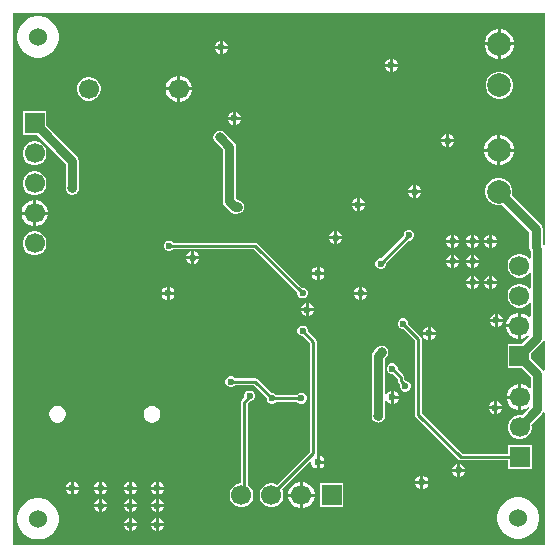
<source format=gbl>
G04*
G04 #@! TF.GenerationSoftware,Altium Limited,Altium Designer,21.6.1 (37)*
G04*
G04 Layer_Physical_Order=2*
G04 Layer_Color=16711680*
%FSLAX25Y25*%
%MOIN*%
G70*
G04*
G04 #@! TF.SameCoordinates,5AA223CE-A3B5-4ABD-9865-E1F73ECA8A72*
G04*
G04*
G04 #@! TF.FilePolarity,Positive*
G04*
G01*
G75*
%ADD11C,0.01000*%
%ADD57C,0.03150*%
%ADD58C,0.07874*%
%ADD59C,0.06000*%
%ADD60C,0.06693*%
%ADD61R,0.06693X0.06693*%
%ADD62R,0.06693X0.06693*%
%ADD63C,0.02362*%
%ADD64C,0.03150*%
G36*
X570866Y316491D02*
X570436Y316280D01*
X570168Y316484D01*
Y321811D01*
X570000Y322659D01*
X569519Y323378D01*
X559877Y333020D01*
X560047Y333655D01*
Y334849D01*
X559738Y336003D01*
X559141Y337037D01*
X558297Y337881D01*
X557262Y338478D01*
X556109Y338787D01*
X554915D01*
X553761Y338478D01*
X552727Y337881D01*
X551883Y337037D01*
X551286Y336003D01*
X550976Y334849D01*
Y333655D01*
X551286Y332501D01*
X551883Y331467D01*
X552727Y330623D01*
X553761Y330026D01*
X554915Y329716D01*
X556109D01*
X556744Y329887D01*
X565737Y320893D01*
Y315631D01*
X565905Y314783D01*
X566122Y314459D01*
Y312008D01*
X565622Y311874D01*
X565573Y311958D01*
X564839Y312693D01*
X563939Y313212D01*
X562936Y313481D01*
X561897D01*
X560894Y313212D01*
X559994Y312693D01*
X559260Y311958D01*
X558741Y311059D01*
X558472Y310055D01*
Y309017D01*
X558741Y308014D01*
X559260Y307114D01*
X559994Y306380D01*
X560894Y305860D01*
X561897Y305591D01*
X562936D01*
X563939Y305860D01*
X564839Y306380D01*
X565573Y307114D01*
X565622Y307198D01*
X566122Y307065D01*
Y302008D01*
X565622Y301874D01*
X565573Y301958D01*
X564839Y302693D01*
X563939Y303212D01*
X562936Y303481D01*
X561897D01*
X560894Y303212D01*
X559994Y302693D01*
X559260Y301958D01*
X558741Y301059D01*
X558472Y300056D01*
Y299017D01*
X558741Y298013D01*
X559260Y297114D01*
X559994Y296379D01*
X560894Y295860D01*
X561897Y295591D01*
X562936D01*
X563939Y295860D01*
X564839Y296379D01*
X565573Y297114D01*
X565622Y297198D01*
X566122Y297064D01*
Y292685D01*
X565622Y292478D01*
X565085Y293014D01*
X564094Y293586D01*
X562989Y293883D01*
X562917D01*
Y289536D01*
Y285190D01*
X562989D01*
X564094Y285486D01*
X565085Y286058D01*
X565200Y286173D01*
X565743Y286008D01*
X565744Y286003D01*
X563213Y283472D01*
X558457D01*
Y275583D01*
X563213D01*
X566221Y272575D01*
Y268897D01*
X565721Y268689D01*
X565184Y269226D01*
X564193Y269798D01*
X563087Y270094D01*
X563015D01*
Y265748D01*
Y261402D01*
X563087D01*
X564193Y261698D01*
X565184Y262270D01*
X565302Y262388D01*
X565844Y262224D01*
X565847Y262213D01*
X563265Y259631D01*
X563034Y259693D01*
X561996D01*
X560992Y259424D01*
X560093Y258905D01*
X559358Y258170D01*
X558839Y257271D01*
X558570Y256267D01*
Y255229D01*
X558839Y254225D01*
X559358Y253326D01*
X560093Y252591D01*
X560992Y252072D01*
X561996Y251803D01*
X563034D01*
X564038Y252072D01*
X564937Y252591D01*
X565672Y253326D01*
X566191Y254225D01*
X566460Y255229D01*
Y256267D01*
X566398Y256498D01*
X570003Y260103D01*
X570366Y260646D01*
X570866Y260494D01*
Y216535D01*
X393701D01*
Y393701D01*
X570866D01*
Y316491D01*
D02*
G37*
G36*
Y284356D02*
Y274668D01*
X570366Y274516D01*
X570003Y275060D01*
X566347Y278716D01*
Y280339D01*
X569905Y283897D01*
X570366Y284588D01*
X570403Y284594D01*
X570866Y284356D01*
D02*
G37*
%LPC*%
G36*
X556359Y388402D02*
X556209D01*
Y383965D01*
X560646D01*
Y384115D01*
X560309Y385370D01*
X559659Y386496D01*
X558740Y387415D01*
X557614Y388065D01*
X556359Y388402D01*
D02*
G37*
G36*
X555209D02*
X555059D01*
X553803Y388065D01*
X552677Y387415D01*
X551758Y386496D01*
X551108Y385370D01*
X550772Y384115D01*
Y383965D01*
X555209D01*
Y388402D01*
D02*
G37*
G36*
X463492Y384437D02*
Y382784D01*
X465146D01*
X464841Y383519D01*
X464228Y384133D01*
X463492Y384437D01*
D02*
G37*
G36*
X462492D02*
X461757Y384133D01*
X461143Y383519D01*
X460838Y382784D01*
X462492D01*
Y384437D01*
D02*
G37*
G36*
X465146Y381784D02*
X463492D01*
Y380130D01*
X464228Y380434D01*
X464841Y381048D01*
X465146Y381784D01*
D02*
G37*
G36*
X462492D02*
X460838D01*
X461143Y381048D01*
X461757Y380434D01*
X462492Y380130D01*
Y381784D01*
D02*
G37*
G36*
X402649Y392732D02*
X401288D01*
X399954Y392467D01*
X398697Y391946D01*
X397567Y391191D01*
X396605Y390229D01*
X395849Y389098D01*
X395328Y387841D01*
X395063Y386507D01*
Y385147D01*
X395328Y383812D01*
X395849Y382556D01*
X396605Y381425D01*
X397567Y380463D01*
X398697Y379707D01*
X399954Y379187D01*
X401288Y378921D01*
X402649D01*
X403983Y379187D01*
X405239Y379707D01*
X406370Y380463D01*
X407332Y381425D01*
X408088Y382556D01*
X408609Y383812D01*
X408874Y385147D01*
Y386507D01*
X408609Y387841D01*
X408088Y389098D01*
X407332Y390229D01*
X406370Y391191D01*
X405239Y391946D01*
X403983Y392467D01*
X402649Y392732D01*
D02*
G37*
G36*
X560646Y382965D02*
X556209D01*
Y378528D01*
X556359D01*
X557614Y378864D01*
X558740Y379514D01*
X559659Y380433D01*
X560309Y381559D01*
X560646Y382815D01*
Y382965D01*
D02*
G37*
G36*
X555209D02*
X550772D01*
Y382815D01*
X551108Y381559D01*
X551758Y380433D01*
X552677Y379514D01*
X553803Y378864D01*
X555059Y378528D01*
X555209D01*
Y382965D01*
D02*
G37*
G36*
X520185Y378532D02*
Y376878D01*
X521839D01*
X521534Y377613D01*
X520921Y378227D01*
X520185Y378532D01*
D02*
G37*
G36*
X519185D02*
X518449Y378227D01*
X517836Y377613D01*
X517531Y376878D01*
X519185D01*
Y378532D01*
D02*
G37*
G36*
X521839Y375878D02*
X520185D01*
Y374224D01*
X520921Y374529D01*
X521534Y375143D01*
X521839Y375878D01*
D02*
G37*
G36*
X519185D02*
X517531D01*
X517836Y375143D01*
X518449Y374529D01*
X519185Y374224D01*
Y375878D01*
D02*
G37*
G36*
X449391Y372850D02*
X449319D01*
Y369004D01*
X453165D01*
Y369076D01*
X452869Y370182D01*
X452297Y371173D01*
X451488Y371982D01*
X450497Y372554D01*
X449391Y372850D01*
D02*
G37*
G36*
X448319D02*
X448247D01*
X447141Y372554D01*
X446150Y371982D01*
X445341Y371173D01*
X444769Y370182D01*
X444473Y369076D01*
Y369004D01*
X448319D01*
Y372850D01*
D02*
G37*
G36*
X556306Y374220D02*
X555112D01*
X553958Y373911D01*
X552924Y373314D01*
X552079Y372470D01*
X551482Y371436D01*
X551173Y370282D01*
Y369088D01*
X551482Y367934D01*
X552079Y366900D01*
X552924Y366056D01*
X553958Y365459D01*
X555112Y365150D01*
X556306D01*
X557459Y365459D01*
X558494Y366056D01*
X559338Y366900D01*
X559935Y367934D01*
X560244Y369088D01*
Y370282D01*
X559935Y371436D01*
X559338Y372470D01*
X558494Y373314D01*
X557459Y373911D01*
X556306Y374220D01*
D02*
G37*
G36*
X419417Y372449D02*
X418378D01*
X417375Y372180D01*
X416475Y371661D01*
X415741Y370926D01*
X415222Y370027D01*
X414953Y369023D01*
Y367985D01*
X415222Y366981D01*
X415741Y366082D01*
X416475Y365347D01*
X417375Y364828D01*
X418378Y364559D01*
X419417D01*
X420420Y364828D01*
X421320Y365347D01*
X422054Y366082D01*
X422574Y366981D01*
X422843Y367985D01*
Y369023D01*
X422574Y370027D01*
X422054Y370926D01*
X421320Y371661D01*
X420420Y372180D01*
X419417Y372449D01*
D02*
G37*
G36*
X453165Y368004D02*
X449319D01*
Y364158D01*
X449391D01*
X450497Y364454D01*
X451488Y365026D01*
X452297Y365835D01*
X452869Y366826D01*
X453165Y367932D01*
Y368004D01*
D02*
G37*
G36*
X448319D02*
X444473D01*
Y367932D01*
X444769Y366826D01*
X445341Y365835D01*
X446150Y365026D01*
X447141Y364454D01*
X448247Y364158D01*
X448319D01*
Y368004D01*
D02*
G37*
G36*
X467823Y360815D02*
Y359161D01*
X469477D01*
X469172Y359897D01*
X468558Y360510D01*
X467823Y360815D01*
D02*
G37*
G36*
X466823D02*
X466087Y360510D01*
X465474Y359897D01*
X465169Y359161D01*
X466823D01*
Y360815D01*
D02*
G37*
G36*
X469477Y358161D02*
X467823D01*
Y356508D01*
X468558Y356812D01*
X469172Y357426D01*
X469477Y358161D01*
D02*
G37*
G36*
X466823D02*
X465169D01*
X465474Y357426D01*
X466087Y356812D01*
X466823Y356508D01*
Y358161D01*
D02*
G37*
G36*
X539083Y353335D02*
Y351681D01*
X540736D01*
X540432Y352417D01*
X539818Y353030D01*
X539083Y353335D01*
D02*
G37*
G36*
X538083D02*
X537347Y353030D01*
X536734Y352417D01*
X536429Y351681D01*
X538083D01*
Y353335D01*
D02*
G37*
G36*
X540736Y350681D02*
X539083D01*
Y349027D01*
X539818Y349332D01*
X540432Y349946D01*
X540736Y350681D01*
D02*
G37*
G36*
X538083D02*
X536429D01*
X536734Y349946D01*
X537347Y349332D01*
X538083Y349027D01*
Y350681D01*
D02*
G37*
G36*
X556162Y352969D02*
X556012D01*
Y348532D01*
X560449D01*
Y348681D01*
X560112Y349937D01*
X559462Y351063D01*
X558543Y351982D01*
X557417Y352632D01*
X556162Y352969D01*
D02*
G37*
G36*
X555012D02*
X554862D01*
X553606Y352632D01*
X552480Y351982D01*
X551561Y351063D01*
X550911Y349937D01*
X550575Y348681D01*
Y348532D01*
X555012D01*
Y352969D01*
D02*
G37*
G36*
X560449Y347532D02*
X556012D01*
Y343094D01*
X556162D01*
X557417Y343431D01*
X558543Y344081D01*
X559462Y345000D01*
X560112Y346126D01*
X560449Y347381D01*
Y347532D01*
D02*
G37*
G36*
X555012D02*
X550575D01*
Y347381D01*
X550911Y346126D01*
X551561Y345000D01*
X552480Y344081D01*
X553606Y343431D01*
X554862Y343094D01*
X555012D01*
Y347532D01*
D02*
G37*
G36*
X401307Y350953D02*
X400268D01*
X399265Y350684D01*
X398365Y350165D01*
X397631Y349430D01*
X397111Y348531D01*
X396843Y347527D01*
Y346488D01*
X397111Y345485D01*
X397631Y344586D01*
X398365Y343851D01*
X399265Y343332D01*
X400268Y343063D01*
X401307D01*
X402310Y343332D01*
X403210Y343851D01*
X403944Y344586D01*
X404463Y345485D01*
X404732Y346488D01*
Y347527D01*
X404463Y348531D01*
X403944Y349430D01*
X403210Y350165D01*
X402310Y350684D01*
X401307Y350953D01*
D02*
G37*
G36*
X528059Y336406D02*
Y334752D01*
X529713D01*
X529408Y335488D01*
X528794Y336101D01*
X528059Y336406D01*
D02*
G37*
G36*
X527059D02*
X526324Y336101D01*
X525710Y335488D01*
X525405Y334752D01*
X527059D01*
Y336406D01*
D02*
G37*
G36*
X404747Y360961D02*
X396858D01*
Y353072D01*
X401614D01*
X411170Y343515D01*
Y335433D01*
X411213Y335219D01*
Y335001D01*
X411296Y334799D01*
X411339Y334585D01*
X411460Y334404D01*
X411544Y334202D01*
X411698Y334048D01*
X411819Y333866D01*
X412001Y333745D01*
X412155Y333591D01*
X412356Y333507D01*
X412538Y333386D01*
X412752Y333343D01*
X412954Y333260D01*
X413172D01*
X413386Y333217D01*
X413600Y333260D01*
X413818D01*
X414020Y333343D01*
X414234Y333386D01*
X414415Y333507D01*
X414617Y333591D01*
X414771Y333745D01*
X414953Y333866D01*
X415074Y334048D01*
X415228Y334202D01*
X415312Y334404D01*
X415433Y334585D01*
X415476Y334799D01*
X415559Y335001D01*
Y335219D01*
X415602Y335433D01*
Y344433D01*
X415433Y345281D01*
X414953Y346000D01*
X404747Y356205D01*
Y360961D01*
D02*
G37*
G36*
X401307Y340953D02*
X400268D01*
X399265Y340684D01*
X398365Y340165D01*
X397631Y339430D01*
X397111Y338530D01*
X396843Y337527D01*
Y336489D01*
X397111Y335485D01*
X397631Y334586D01*
X398365Y333851D01*
X399265Y333332D01*
X400268Y333063D01*
X401307D01*
X402310Y333332D01*
X403210Y333851D01*
X403944Y334586D01*
X404463Y335485D01*
X404732Y336489D01*
Y337527D01*
X404463Y338530D01*
X403944Y339430D01*
X403210Y340165D01*
X402310Y340684D01*
X401307Y340953D01*
D02*
G37*
G36*
X529713Y333752D02*
X528059D01*
Y332098D01*
X528794Y332403D01*
X529408Y333016D01*
X529713Y333752D01*
D02*
G37*
G36*
X527059D02*
X525405D01*
X525710Y333016D01*
X526324Y332403D01*
X527059Y332098D01*
Y333752D01*
D02*
G37*
G36*
X509161Y332075D02*
Y330421D01*
X510815D01*
X510510Y331157D01*
X509897Y331770D01*
X509161Y332075D01*
D02*
G37*
G36*
X508161D02*
X507426Y331770D01*
X506812Y331157D01*
X506508Y330421D01*
X508161D01*
Y332075D01*
D02*
G37*
G36*
X510815Y329421D02*
X509161D01*
Y327768D01*
X509897Y328072D01*
X510510Y328686D01*
X510815Y329421D01*
D02*
G37*
G36*
X508161D02*
X506508D01*
X506812Y328686D01*
X507426Y328072D01*
X508161Y327768D01*
Y329421D01*
D02*
G37*
G36*
X401360Y331354D02*
X401287D01*
Y327508D01*
X405134D01*
Y327580D01*
X404838Y328685D01*
X404265Y329677D01*
X403456Y330486D01*
X402465Y331058D01*
X401360Y331354D01*
D02*
G37*
G36*
X400287D02*
X400215D01*
X399110Y331058D01*
X398119Y330486D01*
X397309Y329677D01*
X396737Y328685D01*
X396441Y327580D01*
Y327508D01*
X400287D01*
Y331354D01*
D02*
G37*
G36*
X462598Y354578D02*
X462384Y354535D01*
X462166D01*
X461965Y354452D01*
X461751Y354409D01*
X461569Y354288D01*
X461367Y354205D01*
X461213Y354050D01*
X461032Y353929D01*
X460910Y353748D01*
X460756Y353593D01*
X460673Y353392D01*
X460551Y353210D01*
X460509Y352996D01*
X460425Y352795D01*
Y352576D01*
X460383Y352362D01*
X460425Y352148D01*
Y351930D01*
X460509Y351728D01*
X460551Y351514D01*
X460673Y351333D01*
X460756Y351131D01*
X460910Y350977D01*
X461032Y350795D01*
X463532Y348295D01*
Y330979D01*
X463701Y330131D01*
X464181Y329412D01*
X466026Y327567D01*
X466745Y327087D01*
X467593Y326918D01*
X468504D01*
X468718Y326961D01*
X468936D01*
X469138Y327044D01*
X469352Y327087D01*
X469533Y327208D01*
X469735Y327291D01*
X469889Y327446D01*
X470071Y327567D01*
X470192Y327748D01*
X470346Y327903D01*
X470430Y328104D01*
X470551Y328286D01*
X470594Y328500D01*
X470677Y328702D01*
Y328920D01*
X470720Y329134D01*
X470677Y329348D01*
Y329566D01*
X470594Y329768D01*
X470551Y329982D01*
X470430Y330163D01*
X470346Y330365D01*
X470192Y330519D01*
X470071Y330701D01*
X469889Y330822D01*
X469735Y330976D01*
X469533Y331060D01*
X469352Y331181D01*
X469138Y331224D01*
X468936Y331307D01*
X468718D01*
X468513Y331348D01*
X467964Y331897D01*
Y349213D01*
X467795Y350061D01*
X467315Y350779D01*
X464165Y353929D01*
X463984Y354050D01*
X463830Y354205D01*
X463628Y354288D01*
X463446Y354409D01*
X463232Y354452D01*
X463031Y354535D01*
X462813D01*
X462598Y354578D01*
D02*
G37*
G36*
X405134Y326508D02*
X401287D01*
Y322661D01*
X401360D01*
X402465Y322958D01*
X403456Y323530D01*
X404265Y324339D01*
X404838Y325330D01*
X405134Y326436D01*
Y326508D01*
D02*
G37*
G36*
X400287D02*
X396441D01*
Y326436D01*
X396737Y325330D01*
X397309Y324339D01*
X398119Y323530D01*
X399110Y322958D01*
X400215Y322661D01*
X400287D01*
Y326508D01*
D02*
G37*
G36*
X501681Y321051D02*
Y319398D01*
X503335D01*
X503030Y320133D01*
X502417Y320747D01*
X501681Y321051D01*
D02*
G37*
G36*
X500681D02*
X499946Y320747D01*
X499332Y320133D01*
X499027Y319398D01*
X500681D01*
Y321051D01*
D02*
G37*
G36*
X553256Y319870D02*
Y318216D01*
X554910D01*
X554605Y318952D01*
X553991Y319566D01*
X553256Y319870D01*
D02*
G37*
G36*
X552256D02*
X551520Y319566D01*
X550907Y318952D01*
X550602Y318216D01*
X552256D01*
Y319870D01*
D02*
G37*
G36*
X547350D02*
Y318216D01*
X549004D01*
X548699Y318952D01*
X548086Y319566D01*
X547350Y319870D01*
D02*
G37*
G36*
X546350D02*
X545615Y319566D01*
X545001Y318952D01*
X544697Y318216D01*
X546350D01*
Y319870D01*
D02*
G37*
G36*
X540658D02*
Y318216D01*
X542311D01*
X542006Y318952D01*
X541393Y319566D01*
X540658Y319870D01*
D02*
G37*
G36*
X539657D02*
X538922Y319566D01*
X538308Y318952D01*
X538004Y318216D01*
X539657D01*
Y319870D01*
D02*
G37*
G36*
X503335Y318398D02*
X501681D01*
Y316744D01*
X502417Y317049D01*
X503030Y317662D01*
X503335Y318398D01*
D02*
G37*
G36*
X500681D02*
X499027D01*
X499332Y317662D01*
X499946Y317049D01*
X500681Y316744D01*
Y318398D01*
D02*
G37*
G36*
X554910Y317216D02*
X553256D01*
Y315563D01*
X553991Y315867D01*
X554605Y316481D01*
X554910Y317216D01*
D02*
G37*
G36*
X552256D02*
X550602D01*
X550907Y316481D01*
X551520Y315867D01*
X552256Y315563D01*
Y317216D01*
D02*
G37*
G36*
X549004D02*
X547350D01*
Y315563D01*
X548086Y315867D01*
X548699Y316481D01*
X549004Y317216D01*
D02*
G37*
G36*
X546350D02*
X544697D01*
X545001Y316481D01*
X545615Y315867D01*
X546350Y315563D01*
Y317216D01*
D02*
G37*
G36*
X542311D02*
X540658D01*
Y315563D01*
X541393Y315867D01*
X542006Y316481D01*
X542311Y317216D01*
D02*
G37*
G36*
X539657D02*
X538004D01*
X538308Y316481D01*
X538922Y315867D01*
X539657Y315563D01*
Y317216D01*
D02*
G37*
G36*
X401307Y320953D02*
X400268D01*
X399265Y320684D01*
X398365Y320165D01*
X397631Y319430D01*
X397111Y318531D01*
X396843Y317527D01*
Y316489D01*
X397111Y315485D01*
X397631Y314586D01*
X398365Y313851D01*
X399265Y313332D01*
X400268Y313063D01*
X401307D01*
X402310Y313332D01*
X403210Y313851D01*
X403944Y314586D01*
X404463Y315485D01*
X404732Y316489D01*
Y317527D01*
X404463Y318531D01*
X403944Y319430D01*
X403210Y320165D01*
X402310Y320684D01*
X401307Y320953D01*
D02*
G37*
G36*
X454043Y314358D02*
Y312705D01*
X455697D01*
X455392Y313440D01*
X454779Y314054D01*
X454043Y314358D01*
D02*
G37*
G36*
X453043D02*
X452308Y314054D01*
X451694Y313440D01*
X451390Y312705D01*
X453043D01*
Y314358D01*
D02*
G37*
G36*
X547350Y313177D02*
Y311524D01*
X549004D01*
X548699Y312259D01*
X548086Y312873D01*
X547350Y313177D01*
D02*
G37*
G36*
X546350D02*
X545615Y312873D01*
X545001Y312259D01*
X544697Y311524D01*
X546350D01*
Y313177D01*
D02*
G37*
G36*
X540658D02*
Y311524D01*
X542311D01*
X542006Y312259D01*
X541393Y312873D01*
X540658Y313177D01*
D02*
G37*
G36*
X539657D02*
X538922Y312873D01*
X538308Y312259D01*
X538004Y311524D01*
X539657D01*
Y313177D01*
D02*
G37*
G36*
X455697Y311705D02*
X454043D01*
Y310051D01*
X454779Y310356D01*
X455392Y310969D01*
X455697Y311705D01*
D02*
G37*
G36*
X453043D02*
X451390D01*
X451694Y310969D01*
X452308Y310356D01*
X453043Y310051D01*
Y311705D01*
D02*
G37*
G36*
X549004Y310524D02*
X547350D01*
Y308870D01*
X548086Y309175D01*
X548699Y309788D01*
X549004Y310524D01*
D02*
G37*
G36*
X546350D02*
X544697D01*
X545001Y309788D01*
X545615Y309175D01*
X546350Y308870D01*
Y310524D01*
D02*
G37*
G36*
X542311D02*
X540658D01*
Y308870D01*
X541393Y309175D01*
X542006Y309788D01*
X542311Y310524D01*
D02*
G37*
G36*
X539657D02*
X538004D01*
X538308Y309788D01*
X538922Y309175D01*
X539657Y308870D01*
Y310524D01*
D02*
G37*
G36*
X525945Y321465D02*
X525237D01*
X524582Y321194D01*
X524082Y320693D01*
X523811Y320039D01*
Y319489D01*
X516337Y312016D01*
X515788D01*
X515134Y311745D01*
X514633Y311244D01*
X514362Y310590D01*
Y309882D01*
X514633Y309228D01*
X515134Y308728D01*
X515788Y308457D01*
X516496D01*
X517150Y308728D01*
X517650Y309228D01*
X517921Y309882D01*
Y310432D01*
X525395Y317905D01*
X525945D01*
X526599Y318176D01*
X527099Y318677D01*
X527370Y319331D01*
Y320039D01*
X527099Y320693D01*
X526599Y321194D01*
X525945Y321465D01*
D02*
G37*
G36*
X495776Y309240D02*
Y307587D01*
X497429D01*
X497125Y308322D01*
X496511Y308936D01*
X495776Y309240D01*
D02*
G37*
G36*
X494776D02*
X494040Y308936D01*
X493427Y308322D01*
X493122Y307587D01*
X494776D01*
Y309240D01*
D02*
G37*
G36*
X497429Y306587D02*
X495776D01*
Y304933D01*
X496511Y305238D01*
X497125Y305851D01*
X497429Y306587D01*
D02*
G37*
G36*
X494776D02*
X493122D01*
X493427Y305851D01*
X494040Y305238D01*
X494776Y304933D01*
Y306587D01*
D02*
G37*
G36*
X553256Y306091D02*
Y304437D01*
X554910D01*
X554605Y305172D01*
X553991Y305786D01*
X553256Y306091D01*
D02*
G37*
G36*
X552256D02*
X551520Y305786D01*
X550907Y305172D01*
X550602Y304437D01*
X552256D01*
Y306091D01*
D02*
G37*
G36*
X547350D02*
Y304437D01*
X549004D01*
X548699Y305172D01*
X548086Y305786D01*
X547350Y306091D01*
D02*
G37*
G36*
X546350D02*
X545615Y305786D01*
X545001Y305172D01*
X544697Y304437D01*
X546350D01*
Y306091D01*
D02*
G37*
G36*
X554910Y303437D02*
X553256D01*
Y301783D01*
X553991Y302088D01*
X554605Y302701D01*
X554910Y303437D01*
D02*
G37*
G36*
X552256D02*
X550602D01*
X550907Y302701D01*
X551520Y302088D01*
X552256Y301783D01*
Y303437D01*
D02*
G37*
G36*
X549004D02*
X547350D01*
Y301783D01*
X548086Y302088D01*
X548699Y302701D01*
X549004Y303437D01*
D02*
G37*
G36*
X546350D02*
X544697D01*
X545001Y302701D01*
X545615Y302088D01*
X546350Y301783D01*
Y303437D01*
D02*
G37*
G36*
X509949Y302547D02*
Y300894D01*
X511602D01*
X511298Y301629D01*
X510684Y302243D01*
X509949Y302547D01*
D02*
G37*
G36*
X508949D02*
X508213Y302243D01*
X507600Y301629D01*
X507295Y300894D01*
X508949D01*
Y302547D01*
D02*
G37*
G36*
X445776D02*
Y300894D01*
X447429D01*
X447125Y301629D01*
X446511Y302243D01*
X445776Y302547D01*
D02*
G37*
G36*
X444776D02*
X444040Y302243D01*
X443427Y301629D01*
X443122Y300894D01*
X444776D01*
Y302547D01*
D02*
G37*
G36*
X446023Y317921D02*
X445315D01*
X444661Y317650D01*
X444161Y317150D01*
X443890Y316496D01*
Y315788D01*
X444161Y315134D01*
X444661Y314633D01*
X445315Y314362D01*
X446023D01*
X446677Y314633D01*
X447066Y315022D01*
X473946D01*
X488378Y300589D01*
Y300040D01*
X488649Y299386D01*
X489150Y298885D01*
X489804Y298614D01*
X490511D01*
X491165Y298885D01*
X491666Y299386D01*
X491937Y300040D01*
Y300748D01*
X491666Y301402D01*
X491165Y301902D01*
X490511Y302173D01*
X489962D01*
X475201Y316934D01*
X474838Y317176D01*
X474409Y317262D01*
X447066D01*
X446677Y317650D01*
X446023Y317921D01*
D02*
G37*
G36*
X511602Y299894D02*
X509949D01*
Y298240D01*
X510684Y298545D01*
X511298Y299158D01*
X511602Y299894D01*
D02*
G37*
G36*
X508949D02*
X507295D01*
X507600Y299158D01*
X508213Y298545D01*
X508949Y298240D01*
Y299894D01*
D02*
G37*
G36*
X447429D02*
X445776D01*
Y298240D01*
X446511Y298545D01*
X447125Y299158D01*
X447429Y299894D01*
D02*
G37*
G36*
X444776D02*
X443122D01*
X443427Y299158D01*
X444040Y298545D01*
X444776Y298240D01*
Y299894D01*
D02*
G37*
G36*
X492232Y297036D02*
Y295382D01*
X493886D01*
X493581Y296117D01*
X492968Y296731D01*
X492232Y297036D01*
D02*
G37*
G36*
X491232D02*
X490497Y296731D01*
X489883Y296117D01*
X489579Y295382D01*
X491232D01*
Y297036D01*
D02*
G37*
G36*
X493886Y294382D02*
X492232D01*
Y292728D01*
X492968Y293033D01*
X493581Y293646D01*
X493886Y294382D01*
D02*
G37*
G36*
X491232D02*
X489579D01*
X489883Y293646D01*
X490497Y293033D01*
X491232Y292728D01*
Y294382D01*
D02*
G37*
G36*
X555224Y293492D02*
Y291839D01*
X556878D01*
X556573Y292574D01*
X555960Y293188D01*
X555224Y293492D01*
D02*
G37*
G36*
X554224D02*
X553489Y293188D01*
X552875Y292574D01*
X552571Y291839D01*
X554224D01*
Y293492D01*
D02*
G37*
G36*
X561917Y293883D02*
X561844D01*
X560739Y293586D01*
X559748Y293014D01*
X558939Y292205D01*
X558366Y291214D01*
X558070Y290108D01*
Y290036D01*
X561917D01*
Y293883D01*
D02*
G37*
G36*
X556878Y290839D02*
X555224D01*
Y289185D01*
X555960Y289490D01*
X556573Y290103D01*
X556878Y290839D01*
D02*
G37*
G36*
X554224D02*
X552571D01*
X552875Y290103D01*
X553489Y289490D01*
X554224Y289185D01*
Y290839D01*
D02*
G37*
G36*
X532784Y289162D02*
Y287508D01*
X534437D01*
X534132Y288243D01*
X533519Y288857D01*
X532784Y289162D01*
D02*
G37*
G36*
X531783D02*
X531048Y288857D01*
X530434Y288243D01*
X530130Y287508D01*
X531783D01*
Y289162D01*
D02*
G37*
G36*
X561917Y289036D02*
X558070D01*
Y288964D01*
X558366Y287859D01*
X558939Y286867D01*
X559748Y286058D01*
X560739Y285486D01*
X561844Y285190D01*
X561917D01*
Y289036D01*
D02*
G37*
G36*
X534437Y286508D02*
X532784D01*
Y284854D01*
X533519Y285159D01*
X534132Y285772D01*
X534437Y286508D01*
D02*
G37*
G36*
X531783D02*
X530130D01*
X530434Y285772D01*
X531048Y285159D01*
X531783Y284854D01*
Y286508D01*
D02*
G37*
G36*
X520433Y276976D02*
X519725D01*
X519071Y276706D01*
X518570Y276205D01*
X518299Y275551D01*
Y274843D01*
X518570Y274189D01*
X519071Y273688D01*
X519725Y273417D01*
X520274D01*
X521828Y271864D01*
Y271122D01*
X521913Y270693D01*
X522156Y270330D01*
X522691Y269794D01*
X522630Y269645D01*
Y268937D01*
X522901Y268283D01*
X523401Y267783D01*
X524055Y267512D01*
X524763D01*
X525418Y267783D01*
X525918Y268283D01*
X526189Y268937D01*
Y269645D01*
X525918Y270299D01*
X525418Y270800D01*
X524763Y271071D01*
X524582D01*
X524067Y271586D01*
Y272328D01*
X523982Y272757D01*
X523739Y273120D01*
X521858Y275001D01*
Y275551D01*
X521587Y276205D01*
X521087Y276706D01*
X520433Y276976D01*
D02*
G37*
G36*
X562015Y270094D02*
X561943D01*
X560837Y269798D01*
X559846Y269226D01*
X559037Y268417D01*
X558465Y267426D01*
X558169Y266320D01*
Y266248D01*
X562015D01*
Y270094D01*
D02*
G37*
G36*
X520579Y267902D02*
Y266248D01*
X522232D01*
X521928Y266984D01*
X521314Y267597D01*
X520579Y267902D01*
D02*
G37*
G36*
X522232Y265248D02*
X520579D01*
Y263594D01*
X521314Y263899D01*
X521928Y264512D01*
X522232Y265248D01*
D02*
G37*
G36*
X516535Y282925D02*
X516321Y282882D01*
X516103D01*
X515902Y282798D01*
X515688Y282756D01*
X515506Y282635D01*
X515304Y282551D01*
X515150Y282397D01*
X514969Y282276D01*
X513788Y281094D01*
X513307Y280376D01*
X513138Y279528D01*
Y259449D01*
X513181Y259235D01*
Y259016D01*
X513265Y258815D01*
X513307Y258601D01*
X513428Y258419D01*
X513512Y258218D01*
X513666Y258063D01*
X513788Y257882D01*
X513969Y257761D01*
X514123Y257606D01*
X514325Y257523D01*
X514506Y257402D01*
X514720Y257359D01*
X514922Y257276D01*
X515140D01*
X515354Y257233D01*
X515568Y257276D01*
X515787D01*
X515988Y257359D01*
X516202Y257402D01*
X516384Y257523D01*
X516585Y257606D01*
X516740Y257761D01*
X516921Y257882D01*
X517042Y258063D01*
X517197Y258218D01*
X517280Y258419D01*
X517402Y258601D01*
X517444Y258815D01*
X517528Y259016D01*
Y259235D01*
X517570Y259449D01*
Y264798D01*
X518070Y264898D01*
X518230Y264512D01*
X518843Y263899D01*
X519579Y263594D01*
Y265748D01*
Y267902D01*
X518843Y267597D01*
X518230Y266984D01*
X518070Y266598D01*
X517570Y266698D01*
Y278610D01*
X518102Y279142D01*
X518223Y279323D01*
X518378Y279478D01*
X518461Y279679D01*
X518583Y279861D01*
X518625Y280075D01*
X518709Y280276D01*
Y280495D01*
X518751Y280709D01*
X518709Y280923D01*
Y281141D01*
X518625Y281343D01*
X518583Y281557D01*
X518461Y281738D01*
X518378Y281940D01*
X518223Y282094D01*
X518102Y282276D01*
X517921Y282397D01*
X517767Y282551D01*
X517565Y282634D01*
X517383Y282756D01*
X517169Y282798D01*
X516968Y282882D01*
X516749D01*
X516535Y282925D01*
D02*
G37*
G36*
X466496Y272646D02*
X465788D01*
X465134Y272375D01*
X464633Y271874D01*
X464362Y271220D01*
Y270512D01*
X464633Y269858D01*
X465134Y269357D01*
X465788Y269087D01*
X466496D01*
X467150Y269357D01*
X467538Y269746D01*
X473946D01*
X478142Y265550D01*
Y265000D01*
X478413Y264346D01*
X478913Y263846D01*
X479567Y263575D01*
X480275D01*
X480929Y263846D01*
X481318Y264234D01*
X488367D01*
X488756Y263846D01*
X489410Y263575D01*
X490118D01*
X490772Y263846D01*
X491272Y264346D01*
X491543Y265000D01*
Y265708D01*
X491272Y266362D01*
X490772Y266863D01*
X490118Y267134D01*
X489410D01*
X488756Y266863D01*
X488367Y266474D01*
X481318D01*
X480929Y266863D01*
X480275Y267134D01*
X479726D01*
X475201Y271658D01*
X474838Y271901D01*
X474409Y271986D01*
X467538D01*
X467150Y272375D01*
X466496Y272646D01*
D02*
G37*
G36*
X554831Y264358D02*
Y262705D01*
X556484D01*
X556180Y263440D01*
X555566Y264054D01*
X554831Y264358D01*
D02*
G37*
G36*
X553831D02*
X553095Y264054D01*
X552482Y263440D01*
X552177Y262705D01*
X553831D01*
Y264358D01*
D02*
G37*
G36*
X562015Y265248D02*
X558169D01*
Y265176D01*
X558465Y264070D01*
X559037Y263079D01*
X559846Y262270D01*
X560837Y261698D01*
X561943Y261402D01*
X562015D01*
Y265248D01*
D02*
G37*
G36*
X556484Y261705D02*
X554831D01*
Y260051D01*
X555566Y260356D01*
X556180Y260969D01*
X556484Y261705D01*
D02*
G37*
G36*
X553831D02*
X552177D01*
X552482Y260969D01*
X553095Y260356D01*
X553831Y260051D01*
Y261705D01*
D02*
G37*
G36*
X440325Y262811D02*
X439596D01*
X438891Y262622D01*
X438259Y262257D01*
X437743Y261741D01*
X437378Y261109D01*
X437189Y260404D01*
Y259675D01*
X437378Y258969D01*
X437743Y258337D01*
X438259Y257821D01*
X438891Y257457D01*
X439596Y257268D01*
X440325D01*
X441031Y257457D01*
X441663Y257821D01*
X442178Y258337D01*
X442543Y258969D01*
X442732Y259675D01*
Y260404D01*
X442543Y261109D01*
X442178Y261741D01*
X441663Y262257D01*
X441031Y262622D01*
X440325Y262811D01*
D02*
G37*
G36*
X408829D02*
X408100D01*
X407395Y262622D01*
X406763Y262257D01*
X406247Y261741D01*
X405882Y261109D01*
X405693Y260404D01*
Y259675D01*
X405882Y258969D01*
X406247Y258337D01*
X406763Y257821D01*
X407395Y257457D01*
X408100Y257268D01*
X408829D01*
X409534Y257457D01*
X410166Y257821D01*
X410682Y258337D01*
X411047Y258969D01*
X411236Y259675D01*
Y260404D01*
X411047Y261109D01*
X410682Y261741D01*
X410166Y262257D01*
X409534Y262622D01*
X408829Y262811D01*
D02*
G37*
G36*
X495776Y246248D02*
Y244595D01*
X497429D01*
X497125Y245330D01*
X496511Y245943D01*
X495776Y246248D01*
D02*
G37*
G36*
X497429Y243595D02*
X495776D01*
Y241941D01*
X496511Y242245D01*
X497125Y242859D01*
X497429Y243595D01*
D02*
G37*
G36*
X490511Y289575D02*
X489804D01*
X489150Y289304D01*
X488649Y288803D01*
X488378Y288149D01*
Y287441D01*
X488649Y286787D01*
X489150Y286287D01*
X489804Y286016D01*
X490353D01*
X492581Y283788D01*
Y247472D01*
X481647Y236539D01*
X481286Y236747D01*
X480283Y237016D01*
X479244D01*
X478241Y236747D01*
X477342Y236228D01*
X476607Y235493D01*
X476088Y234594D01*
X475819Y233590D01*
Y232552D01*
X476088Y231548D01*
X476607Y230649D01*
X477342Y229914D01*
X478241Y229395D01*
X479244Y229126D01*
X480283D01*
X481286Y229395D01*
X482186Y229914D01*
X482921Y230649D01*
X483440Y231548D01*
X483709Y232552D01*
Y233590D01*
X483440Y234594D01*
X483231Y234955D01*
X492594Y244318D01*
X493094Y244111D01*
Y243661D01*
X493427Y242859D01*
X494040Y242245D01*
X494776Y241941D01*
Y244094D01*
Y246735D01*
X494768Y246745D01*
X494821Y247008D01*
Y284252D01*
X494735Y284681D01*
X494493Y285044D01*
X491937Y287600D01*
Y288149D01*
X491666Y288803D01*
X491165Y289304D01*
X490511Y289575D01*
D02*
G37*
G36*
X542626Y243492D02*
Y241839D01*
X544280D01*
X543975Y242574D01*
X543362Y243188D01*
X542626Y243492D01*
D02*
G37*
G36*
X541626D02*
X540891Y243188D01*
X540277Y242574D01*
X539972Y241839D01*
X541626D01*
Y243492D01*
D02*
G37*
G36*
X523976Y291937D02*
X523268D01*
X522614Y291666D01*
X522113Y291165D01*
X521842Y290511D01*
Y289804D01*
X522113Y289149D01*
X522614Y288649D01*
X523268Y288378D01*
X523818D01*
X527620Y284576D01*
Y259842D01*
X527705Y259414D01*
X527948Y259051D01*
X542051Y244948D01*
X542415Y244705D01*
X542843Y244619D01*
X558555D01*
Y241794D01*
X566445D01*
Y249684D01*
X558555D01*
Y246859D01*
X543307D01*
X529860Y260306D01*
Y285039D01*
X529775Y285468D01*
X529532Y285831D01*
X525402Y289962D01*
Y290511D01*
X525131Y291165D01*
X524630Y291666D01*
X523976Y291937D01*
D02*
G37*
G36*
X544280Y240839D02*
X542626D01*
Y239185D01*
X543362Y239490D01*
X543975Y240103D01*
X544280Y240839D01*
D02*
G37*
G36*
X541626D02*
X539972D01*
X540277Y240103D01*
X540891Y239490D01*
X541626Y239185D01*
Y240839D01*
D02*
G37*
G36*
X530421Y239555D02*
Y237902D01*
X532075D01*
X531770Y238637D01*
X531157Y239251D01*
X530421Y239555D01*
D02*
G37*
G36*
X529421D02*
X528686Y239251D01*
X528072Y238637D01*
X527768Y237902D01*
X529421D01*
Y239555D01*
D02*
G37*
G36*
X442232Y237587D02*
Y235933D01*
X443886D01*
X443581Y236669D01*
X442968Y237282D01*
X442232Y237587D01*
D02*
G37*
G36*
X441232D02*
X440497Y237282D01*
X439883Y236669D01*
X439579Y235933D01*
X441232D01*
Y237587D01*
D02*
G37*
G36*
X433177D02*
Y235933D01*
X434831D01*
X434526Y236669D01*
X433913Y237282D01*
X433177Y237587D01*
D02*
G37*
G36*
X432177D02*
X431442Y237282D01*
X430828Y236669D01*
X430523Y235933D01*
X432177D01*
Y237587D01*
D02*
G37*
G36*
X423335D02*
Y235933D01*
X424988D01*
X424684Y236669D01*
X424070Y237282D01*
X423335Y237587D01*
D02*
G37*
G36*
X422335D02*
X421599Y237282D01*
X420986Y236669D01*
X420681Y235933D01*
X422335D01*
Y237587D01*
D02*
G37*
G36*
X413886D02*
Y235933D01*
X415540D01*
X415235Y236669D01*
X414621Y237282D01*
X413886Y237587D01*
D02*
G37*
G36*
X412886D02*
X412150Y237282D01*
X411537Y236669D01*
X411232Y235933D01*
X412886D01*
Y237587D01*
D02*
G37*
G36*
X532075Y236902D02*
X530421D01*
Y235248D01*
X531157Y235553D01*
X531770Y236166D01*
X532075Y236902D01*
D02*
G37*
G36*
X529421D02*
X527768D01*
X528072Y236166D01*
X528686Y235553D01*
X529421Y235248D01*
Y236902D01*
D02*
G37*
G36*
X490336Y237417D02*
X490264D01*
Y233571D01*
X494110D01*
Y233643D01*
X493814Y234749D01*
X493242Y235740D01*
X492433Y236549D01*
X491441Y237121D01*
X490336Y237417D01*
D02*
G37*
G36*
X489264D02*
X489192D01*
X488086Y237121D01*
X487095Y236549D01*
X486286Y235740D01*
X485713Y234749D01*
X485417Y233643D01*
Y233571D01*
X489264D01*
Y237417D01*
D02*
G37*
G36*
X443886Y234933D02*
X442232D01*
Y233279D01*
X442968Y233584D01*
X443581Y234198D01*
X443886Y234933D01*
D02*
G37*
G36*
X441232D02*
X439579D01*
X439883Y234198D01*
X440497Y233584D01*
X441232Y233279D01*
Y234933D01*
D02*
G37*
G36*
X434831D02*
X433177D01*
Y233279D01*
X433913Y233584D01*
X434526Y234198D01*
X434831Y234933D01*
D02*
G37*
G36*
X432177D02*
X430523D01*
X430828Y234198D01*
X431442Y233584D01*
X432177Y233279D01*
Y234933D01*
D02*
G37*
G36*
X424988D02*
X423335D01*
Y233279D01*
X424070Y233584D01*
X424684Y234198D01*
X424988Y234933D01*
D02*
G37*
G36*
X422335D02*
X420681D01*
X420986Y234198D01*
X421599Y233584D01*
X422335Y233279D01*
Y234933D01*
D02*
G37*
G36*
X415540D02*
X413886D01*
Y233279D01*
X414621Y233584D01*
X415235Y234198D01*
X415540Y234933D01*
D02*
G37*
G36*
X412886D02*
X411232D01*
X411537Y234198D01*
X412150Y233584D01*
X412886Y233279D01*
Y234933D01*
D02*
G37*
G36*
X442232Y231681D02*
Y230028D01*
X443886D01*
X443581Y230763D01*
X442968Y231377D01*
X442232Y231681D01*
D02*
G37*
G36*
X441232D02*
X440497Y231377D01*
X439883Y230763D01*
X439579Y230028D01*
X441232D01*
Y231681D01*
D02*
G37*
G36*
X433177D02*
Y230028D01*
X434831D01*
X434526Y230763D01*
X433913Y231377D01*
X433177Y231681D01*
D02*
G37*
G36*
X432177D02*
X431442Y231377D01*
X430828Y230763D01*
X430523Y230028D01*
X432177D01*
Y231681D01*
D02*
G37*
G36*
X423335D02*
Y230028D01*
X424988D01*
X424684Y230763D01*
X424070Y231377D01*
X423335Y231681D01*
D02*
G37*
G36*
X422335D02*
X421599Y231377D01*
X420986Y230763D01*
X420681Y230028D01*
X422335D01*
Y231681D01*
D02*
G37*
G36*
X472795Y267921D02*
X472087D01*
X471433Y267650D01*
X470932Y267150D01*
X470661Y266496D01*
Y265788D01*
X470723Y265639D01*
X469881Y264797D01*
X469638Y264434D01*
X469553Y264005D01*
Y237016D01*
X469244D01*
X468241Y236747D01*
X467342Y236228D01*
X466607Y235493D01*
X466088Y234594D01*
X465819Y233590D01*
Y232552D01*
X466088Y231548D01*
X466607Y230649D01*
X467342Y229914D01*
X468241Y229395D01*
X469244Y229126D01*
X470283D01*
X471286Y229395D01*
X472186Y229914D01*
X472921Y230649D01*
X473440Y231548D01*
X473709Y232552D01*
Y233590D01*
X473440Y234594D01*
X472921Y235493D01*
X472186Y236228D01*
X471793Y236454D01*
Y263542D01*
X472614Y264362D01*
X472795D01*
X473449Y264633D01*
X473949Y265134D01*
X474221Y265788D01*
Y266496D01*
X473949Y267150D01*
X473449Y267650D01*
X472795Y267921D01*
D02*
G37*
G36*
X503717Y237001D02*
X495827D01*
Y229111D01*
X503717D01*
Y237001D01*
D02*
G37*
G36*
X494110Y232571D02*
X490264D01*
Y228724D01*
X490336D01*
X491441Y229021D01*
X492433Y229593D01*
X493242Y230402D01*
X493814Y231393D01*
X494110Y232499D01*
Y232571D01*
D02*
G37*
G36*
X489264D02*
X485417D01*
Y232499D01*
X485713Y231393D01*
X486286Y230402D01*
X487095Y229593D01*
X488086Y229021D01*
X489192Y228724D01*
X489264D01*
Y232571D01*
D02*
G37*
G36*
X443886Y229028D02*
X442232D01*
Y227374D01*
X442968Y227678D01*
X443581Y228292D01*
X443886Y229028D01*
D02*
G37*
G36*
X441232D02*
X439579D01*
X439883Y228292D01*
X440497Y227678D01*
X441232Y227374D01*
Y229028D01*
D02*
G37*
G36*
X434831D02*
X433177D01*
Y227374D01*
X433913Y227678D01*
X434526Y228292D01*
X434831Y229028D01*
D02*
G37*
G36*
X432177D02*
X430523D01*
X430828Y228292D01*
X431442Y227678D01*
X432177Y227374D01*
Y229028D01*
D02*
G37*
G36*
X424988D02*
X423335D01*
Y227374D01*
X424070Y227678D01*
X424684Y228292D01*
X424988Y229028D01*
D02*
G37*
G36*
X422335D02*
X420681D01*
X420986Y228292D01*
X421599Y227678D01*
X422335Y227374D01*
Y229028D01*
D02*
G37*
G36*
X442232Y225382D02*
Y223728D01*
X443886D01*
X443581Y224464D01*
X442968Y225077D01*
X442232Y225382D01*
D02*
G37*
G36*
X441232D02*
X440497Y225077D01*
X439883Y224464D01*
X439579Y223728D01*
X441232D01*
Y225382D01*
D02*
G37*
G36*
X433177D02*
Y223728D01*
X434831D01*
X434526Y224464D01*
X433913Y225077D01*
X433177Y225382D01*
D02*
G37*
G36*
X432177D02*
X431442Y225077D01*
X430828Y224464D01*
X430523Y223728D01*
X432177D01*
Y225382D01*
D02*
G37*
G36*
X443886Y222728D02*
X442232D01*
Y221075D01*
X442968Y221379D01*
X443581Y221993D01*
X443886Y222728D01*
D02*
G37*
G36*
X441232D02*
X439579D01*
X439883Y221993D01*
X440497Y221379D01*
X441232Y221075D01*
Y222728D01*
D02*
G37*
G36*
X434831D02*
X433177D01*
Y221075D01*
X433913Y221379D01*
X434526Y221993D01*
X434831Y222728D01*
D02*
G37*
G36*
X432177D02*
X430523D01*
X430828Y221993D01*
X431442Y221379D01*
X432177Y221075D01*
Y222728D01*
D02*
G37*
G36*
X562688Y232299D02*
X561328D01*
X559994Y232034D01*
X558737Y231513D01*
X557606Y230758D01*
X556644Y229796D01*
X555888Y228665D01*
X555368Y227408D01*
X555102Y226074D01*
Y224714D01*
X555368Y223379D01*
X555888Y222123D01*
X556644Y220992D01*
X557606Y220030D01*
X558737Y219274D01*
X559994Y218754D01*
X561328Y218488D01*
X562688D01*
X564022Y218754D01*
X565279Y219274D01*
X566410Y220030D01*
X567372Y220992D01*
X568127Y222123D01*
X568648Y223379D01*
X568913Y224714D01*
Y226074D01*
X568648Y227408D01*
X568127Y228665D01*
X567372Y229796D01*
X566410Y230758D01*
X565279Y231513D01*
X564022Y232034D01*
X562688Y232299D01*
D02*
G37*
G36*
X402649Y232102D02*
X401288D01*
X399954Y231837D01*
X398697Y231316D01*
X397567Y230561D01*
X396605Y229599D01*
X395849Y228468D01*
X395328Y227211D01*
X395063Y225877D01*
Y224517D01*
X395328Y223183D01*
X395849Y221926D01*
X396605Y220795D01*
X397567Y219833D01*
X398697Y219077D01*
X399954Y218557D01*
X401288Y218291D01*
X402649D01*
X403983Y218557D01*
X405239Y219077D01*
X406370Y219833D01*
X407332Y220795D01*
X408088Y221926D01*
X408609Y223183D01*
X408874Y224517D01*
Y225877D01*
X408609Y227211D01*
X408088Y228468D01*
X407332Y229599D01*
X406370Y230561D01*
X405239Y231316D01*
X403983Y231837D01*
X402649Y232102D01*
D02*
G37*
%LPD*%
D11*
X445669Y316142D02*
X474409D01*
X490158Y300394D01*
X523622Y290158D02*
X528740Y285039D01*
Y259842D02*
Y285039D01*
X516142Y310236D02*
X525591Y319685D01*
X490158Y287795D02*
X493701Y284252D01*
Y247008D02*
Y284252D01*
X470673Y264005D02*
X472441Y265773D01*
X470673Y233980D02*
Y264005D01*
X479764Y233071D02*
X493701Y247008D01*
X469764Y233071D02*
X470673Y233980D01*
X480315Y265354D02*
X489764D01*
X480118Y265158D02*
X480315Y265354D01*
X474409Y270866D02*
X480118Y265158D01*
X472441Y265773D02*
Y266142D01*
X466142Y270866D02*
X474409D01*
X528740Y259842D02*
X542843Y245739D01*
X563961D01*
X522948Y271122D02*
X524409Y269660D01*
X520079Y275197D02*
X522948Y272328D01*
X524409Y269291D02*
Y269660D01*
X522948Y271122D02*
Y272328D01*
D57*
X413386Y335433D02*
Y344433D01*
X400802Y357016D02*
X413386Y344433D01*
X568436Y261669D02*
Y273493D01*
X562515Y255748D02*
X568436Y261669D01*
X562402Y279528D02*
X568436Y273493D01*
X567952Y315631D02*
X568338Y315246D01*
Y285464D02*
Y315246D01*
X562402Y279528D02*
X568338Y285464D01*
X555512Y334252D02*
X567952Y321811D01*
Y315631D02*
Y321811D01*
X465748Y330979D02*
X467593Y329134D01*
X465748Y330979D02*
Y349213D01*
X467593Y329134D02*
X468504D01*
X462598Y352362D02*
X465748Y349213D01*
X515354Y259449D02*
Y279528D01*
X516535Y280709D01*
D58*
X555709Y383465D02*
D03*
Y369685D02*
D03*
X555512Y348031D02*
D03*
Y334252D02*
D03*
D59*
X401968Y385827D02*
D03*
Y225197D02*
D03*
X562008Y225394D02*
D03*
D60*
X469764Y233071D02*
D03*
X479764D02*
D03*
X489764D02*
D03*
X400787Y347008D02*
D03*
Y337008D02*
D03*
Y327008D02*
D03*
Y317008D02*
D03*
X448819Y368504D02*
D03*
X418898D02*
D03*
X562417Y309536D02*
D03*
Y299536D02*
D03*
Y289536D02*
D03*
X562515Y255748D02*
D03*
Y265748D02*
D03*
D61*
X499772Y233056D02*
D03*
D62*
X400802Y357016D02*
D03*
X562402Y279528D02*
D03*
X562500Y245739D02*
D03*
D63*
X552756Y303937D02*
D03*
X546850D02*
D03*
Y311024D02*
D03*
X540158D02*
D03*
X552756Y317717D02*
D03*
X546850D02*
D03*
X540158D02*
D03*
X509449Y300394D02*
D03*
X495276Y307087D02*
D03*
X491732Y294882D02*
D03*
X490158Y300394D02*
D03*
X453543Y312205D02*
D03*
X445276Y300394D02*
D03*
X467323Y358661D02*
D03*
X462992Y382283D02*
D03*
X527559Y334252D02*
D03*
X508661Y329921D02*
D03*
X501181Y318898D02*
D03*
X519685Y376378D02*
D03*
X538583Y351181D02*
D03*
X542126Y241339D02*
D03*
X554331Y262205D02*
D03*
X554724Y291339D02*
D03*
X532283Y287008D02*
D03*
X529921Y237402D02*
D03*
X520079Y265748D02*
D03*
X495276Y244094D02*
D03*
X422835Y229528D02*
D03*
X432677Y223228D02*
D03*
Y229528D02*
D03*
X441732Y223228D02*
D03*
Y229528D02*
D03*
X413386Y235433D02*
D03*
X422835D02*
D03*
X432677D02*
D03*
X441732D02*
D03*
X523622Y290158D02*
D03*
X525591Y319685D02*
D03*
X516142Y310236D02*
D03*
X490158Y287795D02*
D03*
X489764Y265354D02*
D03*
X472441Y266142D02*
D03*
X466142Y270866D02*
D03*
X445669Y316142D02*
D03*
X524409Y269291D02*
D03*
X520079Y275197D02*
D03*
X479921Y265354D02*
D03*
D64*
X413386Y335433D02*
D03*
X468504Y329134D02*
D03*
X462598Y352362D02*
D03*
X516535Y280709D02*
D03*
X515354Y259449D02*
D03*
M02*

</source>
